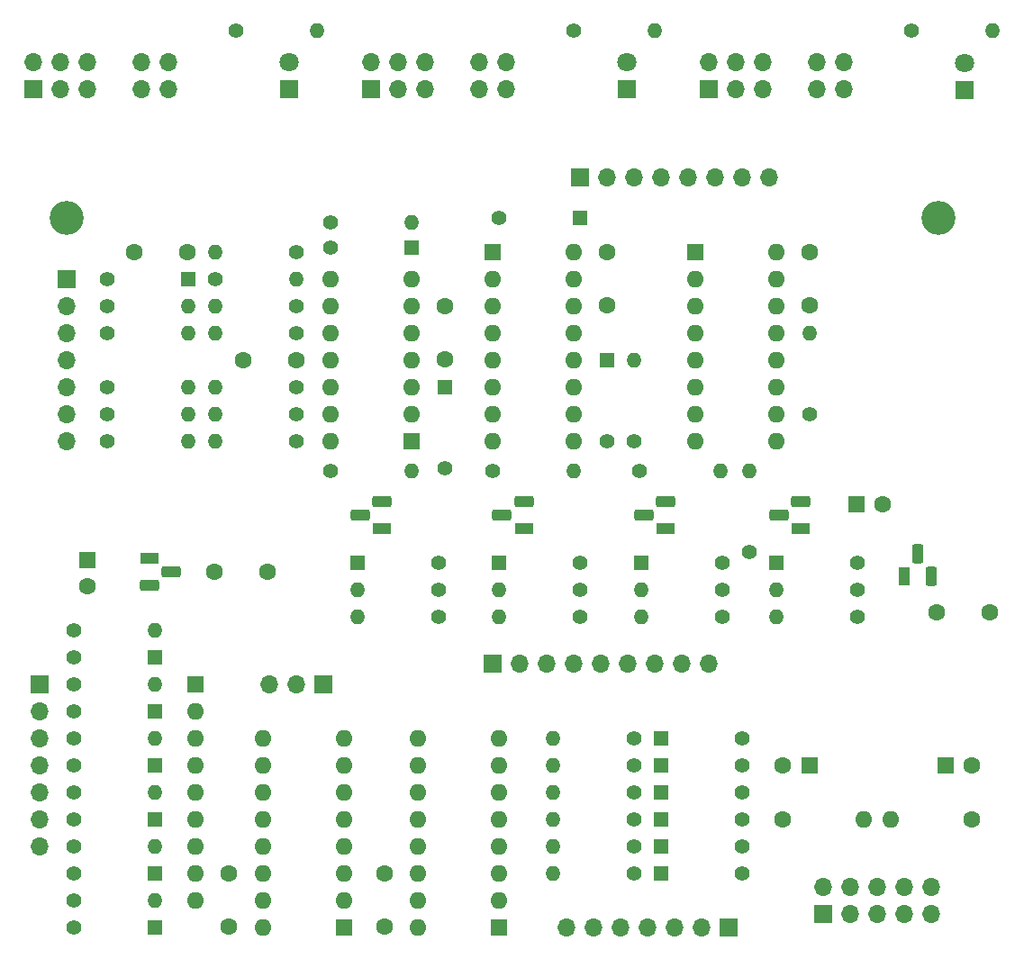
<source format=gbr>
%TF.GenerationSoftware,KiCad,Pcbnew,7.0.10*%
%TF.CreationDate,2024-11-14T14:37:11+00:00*%
%TF.ProjectId,DividerSwitch-R,44697669-6465-4725-9377-697463682d52,rev?*%
%TF.SameCoordinates,Original*%
%TF.FileFunction,Soldermask,Bot*%
%TF.FilePolarity,Negative*%
%FSLAX46Y46*%
G04 Gerber Fmt 4.6, Leading zero omitted, Abs format (unit mm)*
G04 Created by KiCad (PCBNEW 7.0.10) date 2024-11-14 14:37:11*
%MOMM*%
%LPD*%
G01*
G04 APERTURE LIST*
G04 Aperture macros list*
%AMRoundRect*
0 Rectangle with rounded corners*
0 $1 Rounding radius*
0 $2 $3 $4 $5 $6 $7 $8 $9 X,Y pos of 4 corners*
0 Add a 4 corners polygon primitive as box body*
4,1,4,$2,$3,$4,$5,$6,$7,$8,$9,$2,$3,0*
0 Add four circle primitives for the rounded corners*
1,1,$1+$1,$2,$3*
1,1,$1+$1,$4,$5*
1,1,$1+$1,$6,$7*
1,1,$1+$1,$8,$9*
0 Add four rect primitives between the rounded corners*
20,1,$1+$1,$2,$3,$4,$5,0*
20,1,$1+$1,$4,$5,$6,$7,0*
20,1,$1+$1,$6,$7,$8,$9,0*
20,1,$1+$1,$8,$9,$2,$3,0*%
G04 Aperture macros list end*
%ADD10R,1.400000X1.400000*%
%ADD11C,1.400000*%
%ADD12O,1.400000X1.400000*%
%ADD13R,1.700000X1.700000*%
%ADD14O,1.700000X1.700000*%
%ADD15C,1.600000*%
%ADD16R,1.600000X1.600000*%
%ADD17O,1.600000X1.600000*%
%ADD18R,1.800000X1.100000*%
%ADD19RoundRect,0.275000X-0.625000X0.275000X-0.625000X-0.275000X0.625000X-0.275000X0.625000X0.275000X0*%
%ADD20RoundRect,0.275000X0.625000X-0.275000X0.625000X0.275000X-0.625000X0.275000X-0.625000X-0.275000X0*%
%ADD21C,3.200000*%
%ADD22R,1.100000X1.800000*%
%ADD23RoundRect,0.275000X-0.275000X-0.625000X0.275000X-0.625000X0.275000X0.625000X-0.275000X0.625000X0*%
%ADD24R,1.800000X1.800000*%
%ADD25C,1.800000*%
G04 APERTURE END LIST*
D10*
%TO.C,D20*%
X158877000Y-119126000D03*
D11*
X166497000Y-119126000D03*
%TD*%
D10*
%TO.C,D6*%
X111252000Y-111506000D03*
D11*
X103632000Y-111506000D03*
%TD*%
%TO.C,R23*%
X103632000Y-119126000D03*
D12*
X111252000Y-119126000D03*
%TD*%
D10*
%TO.C,D4*%
X135382000Y-73025000D03*
D11*
X127762000Y-73025000D03*
%TD*%
D13*
%TO.C,SW2*%
X131606000Y-58136000D03*
D14*
X134146000Y-58136000D03*
X141766000Y-58136000D03*
X144306000Y-58136000D03*
X136686000Y-58136000D03*
X131606000Y-55596000D03*
X134146000Y-55596000D03*
X141766000Y-55596000D03*
X144306000Y-55596000D03*
X136686000Y-55596000D03*
%TD*%
D11*
%TO.C,R1*%
X116967000Y-75946000D03*
D12*
X124587000Y-75946000D03*
%TD*%
D15*
%TO.C,C7*%
X132842000Y-131866000D03*
X132842000Y-136866000D03*
%TD*%
D11*
%TO.C,R12*%
X106807000Y-88646000D03*
D12*
X114427000Y-88646000D03*
%TD*%
D10*
%TO.C,D23*%
X158877000Y-126746000D03*
D11*
X166497000Y-126746000D03*
%TD*%
%TO.C,R10*%
X150622000Y-52578000D03*
D12*
X158242000Y-52578000D03*
%TD*%
D13*
%TO.C,J5*%
X165227000Y-136906000D03*
D14*
X162687000Y-136906000D03*
X160147000Y-136906000D03*
X157607000Y-136906000D03*
X155067000Y-136906000D03*
X152527000Y-136906000D03*
X149987000Y-136906000D03*
%TD*%
D15*
%TO.C,C6*%
X172847000Y-78446000D03*
X172847000Y-73446000D03*
%TD*%
D11*
%TO.C,R34*%
X156337000Y-124206000D03*
D12*
X148717000Y-124206000D03*
%TD*%
D11*
%TO.C,R5*%
X124587000Y-81026000D03*
D12*
X116967000Y-81026000D03*
%TD*%
D11*
%TO.C,R9*%
X124587000Y-86106000D03*
D12*
X116967000Y-86106000D03*
%TD*%
D11*
%TO.C,R31*%
X164592000Y-105156000D03*
D12*
X156972000Y-105156000D03*
%TD*%
D11*
%TO.C,R43*%
X177292000Y-107696000D03*
D12*
X169672000Y-107696000D03*
%TD*%
D16*
%TO.C,U1*%
X135382000Y-91186000D03*
D17*
X135382000Y-88646000D03*
X135382000Y-86106000D03*
X135382000Y-83566000D03*
X135382000Y-81026000D03*
X135382000Y-78486000D03*
X135382000Y-75946000D03*
X127762000Y-75946000D03*
X127762000Y-78486000D03*
X127762000Y-81026000D03*
X127762000Y-83566000D03*
X127762000Y-86106000D03*
X127762000Y-88646000D03*
X127762000Y-91186000D03*
%TD*%
D16*
%TO.C,C2*%
X185587000Y-121666000D03*
D15*
X188087000Y-121666000D03*
%TD*%
%TO.C,C5*%
X153797000Y-78446000D03*
X153797000Y-73446000D03*
%TD*%
D11*
%TO.C,R22*%
X167132000Y-101600000D03*
D12*
X167132000Y-93980000D03*
%TD*%
D11*
%TO.C,R39*%
X156337000Y-131826000D03*
D12*
X148717000Y-131826000D03*
%TD*%
D11*
%TO.C,R30*%
X151257000Y-105156000D03*
D12*
X143637000Y-105156000D03*
%TD*%
D10*
%TO.C,D14*%
X156972000Y-102616000D03*
D11*
X164592000Y-102616000D03*
%TD*%
D10*
%TO.C,D10*%
X111252000Y-126746000D03*
D11*
X103632000Y-126746000D03*
%TD*%
D15*
%TO.C,FB2*%
X188087000Y-126746000D03*
D17*
X180467000Y-126746000D03*
%TD*%
D10*
%TO.C,D7*%
X111252000Y-116586000D03*
D11*
X103632000Y-116586000D03*
%TD*%
D13*
%TO.C,J1*%
X102997000Y-75946000D03*
D14*
X102997000Y-78486000D03*
X102997000Y-81026000D03*
X102997000Y-83566000D03*
X102997000Y-86106000D03*
X102997000Y-88646000D03*
X102997000Y-91186000D03*
%TD*%
D13*
%TO.C,SW3*%
X99847400Y-58140600D03*
D14*
X102387400Y-58140600D03*
X110007400Y-58140600D03*
X112547400Y-58140600D03*
X104927400Y-58140600D03*
X99847400Y-55600600D03*
X102387400Y-55600600D03*
X110007400Y-55600600D03*
X112547400Y-55600600D03*
X104927400Y-55600600D03*
%TD*%
D10*
%TO.C,D22*%
X158877000Y-121666000D03*
D11*
X166497000Y-121666000D03*
%TD*%
D15*
%TO.C,C4*%
X119547000Y-83566000D03*
X124547000Y-83566000D03*
%TD*%
D13*
%TO.C,J2*%
X151257000Y-66421000D03*
D14*
X153797000Y-66421000D03*
X156337000Y-66421000D03*
X158877000Y-66421000D03*
X161417000Y-66421000D03*
X163957000Y-66421000D03*
X166497000Y-66421000D03*
X169037000Y-66421000D03*
%TD*%
D16*
%TO.C,C11*%
X177205000Y-97155000D03*
D15*
X179705000Y-97155000D03*
%TD*%
D16*
%TO.C,U4*%
X143637000Y-136906000D03*
D17*
X143637000Y-134366000D03*
X143637000Y-131826000D03*
X143637000Y-129286000D03*
X143637000Y-126746000D03*
X143637000Y-124206000D03*
X143637000Y-121666000D03*
X143637000Y-119126000D03*
X136017000Y-119126000D03*
X136017000Y-121666000D03*
X136017000Y-124206000D03*
X136017000Y-126746000D03*
X136017000Y-129286000D03*
X136017000Y-131826000D03*
X136017000Y-134366000D03*
X136017000Y-136906000D03*
%TD*%
D11*
%TO.C,R15*%
X156337000Y-91186000D03*
D12*
X156337000Y-83566000D03*
%TD*%
D10*
%TO.C,D3*%
X138557000Y-86106000D03*
D11*
X138557000Y-93726000D03*
%TD*%
%TO.C,R19*%
X127762000Y-93980000D03*
D12*
X135382000Y-93980000D03*
%TD*%
D15*
%TO.C,C3*%
X138557000Y-78486000D03*
X138557000Y-83486000D03*
%TD*%
D16*
%TO.C,U2*%
X143002000Y-73406000D03*
D17*
X143002000Y-75946000D03*
X143002000Y-78486000D03*
X143002000Y-81026000D03*
X143002000Y-83566000D03*
X143002000Y-86106000D03*
X143002000Y-88646000D03*
X143002000Y-91186000D03*
X150622000Y-91186000D03*
X150622000Y-88646000D03*
X150622000Y-86106000D03*
X150622000Y-83566000D03*
X150622000Y-81026000D03*
X150622000Y-78486000D03*
X150622000Y-75946000D03*
X150622000Y-73406000D03*
%TD*%
D10*
%TO.C,D11*%
X111252000Y-131826000D03*
D11*
X103632000Y-131826000D03*
%TD*%
%TO.C,R18*%
X106807000Y-91186000D03*
D12*
X114427000Y-91186000D03*
%TD*%
D13*
%TO.C,J4*%
X100457000Y-114046000D03*
D14*
X100457000Y-116586000D03*
X100457000Y-119126000D03*
X100457000Y-121666000D03*
X100457000Y-124206000D03*
X100457000Y-126746000D03*
X100457000Y-129286000D03*
%TD*%
D13*
%TO.C,SW1*%
X163322000Y-58140600D03*
D14*
X165862000Y-58140600D03*
X173482000Y-58140600D03*
X176022000Y-58140600D03*
X168402000Y-58140600D03*
X163322000Y-55600600D03*
X165862000Y-55600600D03*
X173482000Y-55600600D03*
X176022000Y-55600600D03*
X168402000Y-55600600D03*
%TD*%
D18*
%TO.C,U8*%
X110725000Y-102235000D03*
D19*
X112795000Y-103505000D03*
X110725000Y-104775000D03*
%TD*%
D10*
%TO.C,D5*%
X153797000Y-83566000D03*
D11*
X153797000Y-91186000D03*
%TD*%
%TO.C,R27*%
X172847000Y-88646000D03*
D12*
X172847000Y-81026000D03*
%TD*%
D16*
%TO.C,RN1*%
X115062000Y-114046000D03*
D17*
X115062000Y-116586000D03*
X115062000Y-119126000D03*
X115062000Y-121666000D03*
X115062000Y-124206000D03*
X115062000Y-126746000D03*
X115062000Y-129286000D03*
X115062000Y-131826000D03*
X115062000Y-134366000D03*
%TD*%
D15*
%TO.C,C9*%
X114347000Y-73406000D03*
X109347000Y-73406000D03*
%TD*%
D11*
%TO.C,R16*%
X103632000Y-108966000D03*
D12*
X111252000Y-108966000D03*
%TD*%
D11*
%TO.C,R2*%
X124587000Y-78486000D03*
D12*
X116967000Y-78486000D03*
%TD*%
D11*
%TO.C,R37*%
X156337000Y-126746000D03*
D12*
X148717000Y-126746000D03*
%TD*%
D11*
%TO.C,R42*%
X164592000Y-107696000D03*
D12*
X156972000Y-107696000D03*
%TD*%
D18*
%TO.C,Q2*%
X145942000Y-99441000D03*
D20*
X143872000Y-98171000D03*
X145942000Y-96901000D03*
%TD*%
D10*
%TO.C,D8*%
X111252000Y-121666000D03*
D11*
X103632000Y-121666000D03*
%TD*%
%TO.C,R17*%
X103632000Y-114046000D03*
D12*
X111252000Y-114046000D03*
%TD*%
D11*
%TO.C,R21*%
X156845000Y-93980000D03*
D12*
X164465000Y-93980000D03*
%TD*%
D11*
%TO.C,R40*%
X137922000Y-105156000D03*
D12*
X130302000Y-105156000D03*
%TD*%
D10*
%TO.C,D13*%
X143637000Y-102616000D03*
D11*
X151257000Y-102616000D03*
%TD*%
%TO.C,R38*%
X156337000Y-129286000D03*
D12*
X148717000Y-129286000D03*
%TD*%
D11*
%TO.C,R14*%
X118872000Y-52578000D03*
D12*
X126492000Y-52578000D03*
%TD*%
D10*
%TO.C,D15*%
X169672000Y-102616000D03*
D11*
X177292000Y-102616000D03*
%TD*%
%TO.C,R20*%
X143002000Y-93980000D03*
D12*
X150622000Y-93980000D03*
%TD*%
D11*
%TO.C,R35*%
X156337000Y-119126000D03*
D12*
X148717000Y-119126000D03*
%TD*%
D16*
%TO.C,C1*%
X172807000Y-121666000D03*
D15*
X170307000Y-121666000D03*
%TD*%
D10*
%TO.C,D9*%
X151257000Y-70231000D03*
D11*
X143637000Y-70231000D03*
%TD*%
%TO.C,R8*%
X106807000Y-86106000D03*
D12*
X114427000Y-86106000D03*
%TD*%
D10*
%TO.C,D24*%
X158877000Y-129286000D03*
D11*
X166497000Y-129286000D03*
%TD*%
D18*
%TO.C,Q3*%
X159277000Y-99441000D03*
D20*
X157207000Y-98171000D03*
X159277000Y-96901000D03*
%TD*%
D11*
%TO.C,R33*%
X103632000Y-134366000D03*
D12*
X111252000Y-134366000D03*
%TD*%
D21*
%TO.C,REF\u002A\u002A*%
X102997000Y-70231000D03*
%TD*%
D16*
%TO.C,C13*%
X104902000Y-102362000D03*
D15*
X104902000Y-104862000D03*
%TD*%
D11*
%TO.C,R41*%
X151257000Y-107696000D03*
D12*
X143637000Y-107696000D03*
%TD*%
D11*
%TO.C,R7*%
X124587000Y-73406000D03*
D12*
X116967000Y-73406000D03*
%TD*%
D15*
%TO.C,C8*%
X118237000Y-131826000D03*
X118237000Y-136826000D03*
%TD*%
D11*
%TO.C,R3*%
X106807000Y-78486000D03*
D12*
X114427000Y-78486000D03*
%TD*%
D11*
%TO.C,R13*%
X124587000Y-88646000D03*
D12*
X116967000Y-88646000D03*
%TD*%
D13*
%TO.C,J3*%
X143002000Y-112141000D03*
D14*
X145542000Y-112141000D03*
X148082000Y-112141000D03*
X150622000Y-112141000D03*
X153162000Y-112141000D03*
X155702000Y-112141000D03*
X158242000Y-112141000D03*
X160782000Y-112141000D03*
X163322000Y-112141000D03*
%TD*%
D11*
%TO.C,R24*%
X124587000Y-91186000D03*
D12*
X116967000Y-91186000D03*
%TD*%
D10*
%TO.C,D25*%
X158877000Y-131826000D03*
D11*
X166497000Y-131826000D03*
%TD*%
D16*
%TO.C,U5*%
X129032000Y-136906000D03*
D17*
X129032000Y-134366000D03*
X129032000Y-131826000D03*
X129032000Y-129286000D03*
X129032000Y-126746000D03*
X129032000Y-124206000D03*
X129032000Y-121666000D03*
X129032000Y-119126000D03*
X121412000Y-119126000D03*
X121412000Y-121666000D03*
X121412000Y-124206000D03*
X121412000Y-126746000D03*
X121412000Y-129286000D03*
X121412000Y-131826000D03*
X121412000Y-134366000D03*
X121412000Y-136906000D03*
%TD*%
D11*
%TO.C,R28*%
X103632000Y-129286000D03*
D12*
X111252000Y-129286000D03*
%TD*%
D11*
%TO.C,R6*%
X182372000Y-52578000D03*
D12*
X189992000Y-52578000D03*
%TD*%
D15*
%TO.C,C12*%
X116840000Y-103505000D03*
X121840000Y-103505000D03*
%TD*%
D11*
%TO.C,R29*%
X137922000Y-107696000D03*
D12*
X130302000Y-107696000D03*
%TD*%
D21*
%TO.C,REF\u002A\u002A*%
X184912000Y-70231000D03*
%TD*%
D15*
%TO.C,C10*%
X184785000Y-107315000D03*
X189785000Y-107315000D03*
%TD*%
D11*
%TO.C,R4*%
X106807000Y-81026000D03*
D12*
X114427000Y-81026000D03*
%TD*%
D11*
%TO.C,R36*%
X156337000Y-121666000D03*
D12*
X148717000Y-121666000D03*
%TD*%
D10*
%TO.C,D12*%
X130302000Y-102616000D03*
D11*
X137922000Y-102616000D03*
%TD*%
D22*
%TO.C,U7*%
X181737000Y-103905000D03*
D23*
X183007000Y-101835000D03*
X184277000Y-103905000D03*
%TD*%
D13*
%TO.C,J6*%
X174117000Y-135636000D03*
D14*
X174117000Y-133096000D03*
X176657000Y-135636000D03*
X176657000Y-133096000D03*
X179197000Y-135636000D03*
X179197000Y-133096000D03*
X181737000Y-135636000D03*
X181737000Y-133096000D03*
X184277000Y-135636000D03*
X184277000Y-133096000D03*
%TD*%
D10*
%TO.C,D16*%
X111252000Y-136906000D03*
D11*
X103632000Y-136906000D03*
%TD*%
D13*
%TO.C,J16*%
X127127000Y-114046000D03*
D14*
X124587000Y-114046000D03*
X122047000Y-114046000D03*
%TD*%
D11*
%TO.C,R11*%
X127762000Y-70612000D03*
D12*
X135382000Y-70612000D03*
%TD*%
D18*
%TO.C,Q4*%
X171977000Y-99441000D03*
D20*
X169907000Y-98171000D03*
X171977000Y-96901000D03*
%TD*%
D10*
%TO.C,D19*%
X158877000Y-124206000D03*
D11*
X166497000Y-124206000D03*
%TD*%
D18*
%TO.C,Q1*%
X132607000Y-99441000D03*
D20*
X130537000Y-98171000D03*
X132607000Y-96901000D03*
%TD*%
D10*
%TO.C,D2*%
X114427000Y-75946000D03*
D11*
X106807000Y-75946000D03*
%TD*%
D15*
%TO.C,FB1*%
X170307000Y-126746000D03*
D17*
X177927000Y-126746000D03*
%TD*%
D11*
%TO.C,R32*%
X177292000Y-105156000D03*
D12*
X169672000Y-105156000D03*
%TD*%
D16*
%TO.C,U3*%
X162052000Y-73406000D03*
D17*
X162052000Y-75946000D03*
X162052000Y-78486000D03*
X162052000Y-81026000D03*
X162052000Y-83566000D03*
X162052000Y-86106000D03*
X162052000Y-88646000D03*
X162052000Y-91186000D03*
X169672000Y-91186000D03*
X169672000Y-88646000D03*
X169672000Y-86106000D03*
X169672000Y-83566000D03*
X169672000Y-81026000D03*
X169672000Y-78486000D03*
X169672000Y-75946000D03*
X169672000Y-73406000D03*
%TD*%
D11*
%TO.C,R26*%
X103632000Y-124206000D03*
D12*
X111252000Y-124206000D03*
%TD*%
D24*
%TO.C,D21*%
X123918000Y-58136000D03*
D25*
X123918000Y-55596000D03*
%TD*%
D24*
%TO.C,D18*%
X155668000Y-58136000D03*
D25*
X155668000Y-55596000D03*
%TD*%
D24*
%TO.C,D17*%
X187384000Y-58212000D03*
D25*
X187384000Y-55672000D03*
%TD*%
M02*

</source>
